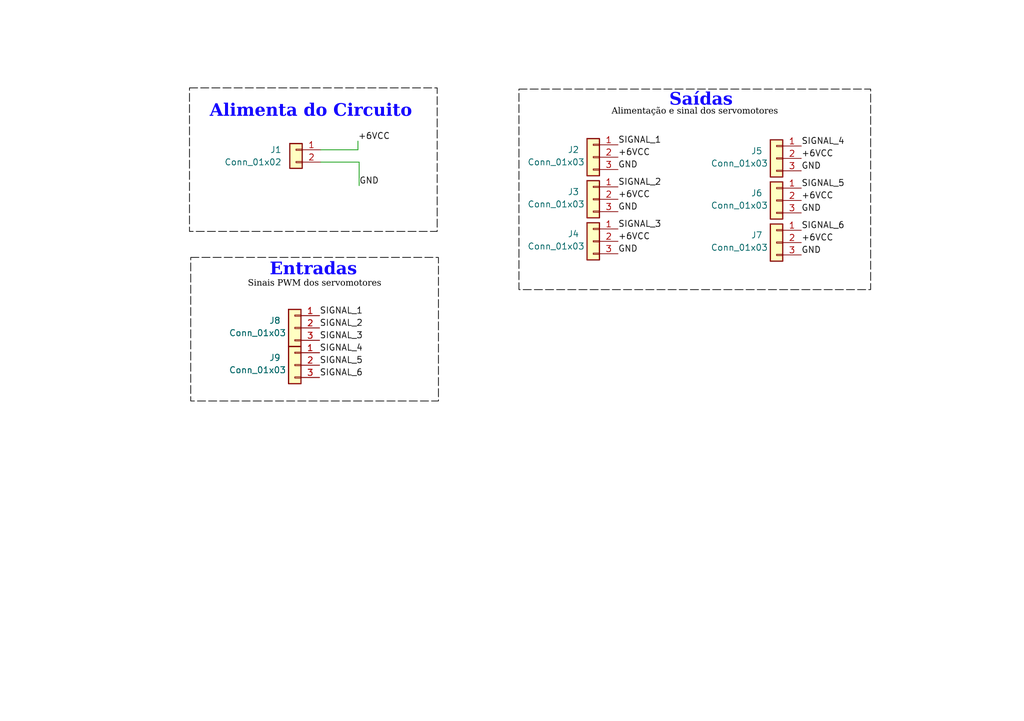
<source format=kicad_sch>
(kicad_sch (version 20231120) (generator "eeschema") (generator_version "8.0")
  (paper "A5")
  (title_block (title "Circuito de Acionamento dos Motores") (date "2024-11-20") (rev "1.0") (company "Matheus Soares"))
  (lib_symbols
    (symbol "Connector_Generic:Conn_01x02" (pin_names (offset 1.016) hide)
      (property "Reference" "J" (at 0 2.54 0))
      (property "Value" "Conn_01x02" (at 0 -5.08 0))
      (symbol "Conn_01x02_1_1"
        (rectangle (start -1.27 -2.413) (end 0 -2.667) (stroke (width 0.1524)))
        (rectangle (start -1.27 0.127) (end 0 -0.127) (stroke (width 0.1524)))
        (rectangle (start -1.27 1.27) (end 1.27 -3.81) (stroke (width 0.254)) (fill (type background)))
        (pin passive line (at -5.08 0 0) (length 3.81) (name "Pin_1") (number "1"))
        (pin passive line (at -5.08 -2.54 0) (length 3.81) (name "Pin_2") (number "2"))
      )
    )
    (symbol "Connector_Generic:Conn_01x03" (pin_names (offset 1.016) hide)
      (property "Reference" "J" (at 0 5.08 0))
      (property "Value" "Conn_01x03" (at 0 -5.08 0))
      (symbol "Conn_01x03_1_1"
        (rectangle (start -1.27 -2.413) (end 0 -2.667) (stroke (width 0.1524)))
        (rectangle (start -1.27 0.127) (end 0 -0.127) (stroke (width 0.1524)))
        (rectangle (start -1.27 2.667) (end 0 2.413) (stroke (width 0.1524)))
        (rectangle (start -1.27 3.81) (end 1.27 -3.81) (stroke (width 0.254)) (fill (type background)))
        (pin passive line (at -5.08 2.54 0) (length 3.81) (name "Pin_1") (number "1"))
        (pin passive line (at -5.08 0 0) (length 3.81) (name "Pin_2") (number "2"))
        (pin passive line (at -5.08 -2.54 0) (length 3.81) (name "Pin_3") (number "3"))
      )
    )
  )
  (wire (pts (xy 73.406 28.956) (xy 73.406 30.734)))
  (wire (pts (xy 65.786 33.274) (xy 73.66 33.274)))
  (wire (pts (xy 65.786 30.734) (xy 73.406 30.734)))
  (wire (pts (xy 73.66 33.274) (xy 73.66 38.1)))
  (rectangle (start 39.116 52.832) (end 89.916 82.296) (stroke (width 0) (type dash) (color 0 0 0 1)))
  (rectangle (start 38.862 18.034) (end 89.662 47.498) (stroke (width 0) (type dash) (color 0 0 0 1)))
  (rectangle (start 106.426 18.288) (end 178.562 59.436) (stroke (width 0) (type dash) (color 0 0 0 1)))
  (text_box "Alimentação e sinal dos servomotores" (at 106.426 21.082 0) (size 72.136 6.096) (stroke (width -0.0001)) (effects (font (size 1.27 1.27) (thickness 0.0318)) (justify top)))
  (text_box "Sinais PWM dos servomotores" (at 39.116 56.388 0) (size 50.8 6.096) (stroke (width -0.0001)) (effects (font (size 1.27 1.27) (thickness 0.0318)) (justify top)))
  (text "Alimenta do Circuito" (at 63.754 23.622 0) (effects (font (size 2.54 2.54) (thickness 0.254) (bold yes))))
  (text "Entradas" (at 64.262 56.134 0) (effects (font (size 2.54 2.54) (thickness 0.254) (bold yes))))
  (text "Saídas\n" (at 143.764 21.336 0) (effects (font (size 2.54 2.54) (thickness 0.254) (bold yes))))
  (label "SIGNAL_3" (at 65.532 69.85 0))
  (label "GND" (at 126.746 43.434 0))
  (label "SIGNAL_6" (at 65.532 77.47 0))
  (label "GND" (at 164.338 35.052 0))
  (label "GND" (at 164.338 52.324 0))
  (label "+6VCC" (at 164.338 41.148 0))
  (label "SIGNAL_6" (at 164.338 47.244 0))
  (label "GND" (at 73.66 38.1 0))
  (label "SIGNAL_3" (at 126.746 46.99 0))
  (label "SIGNAL_5" (at 65.532 74.93 0))
  (label "+6VCC" (at 164.338 49.784 0))
  (label "+6VCC" (at 126.746 40.894 0))
  (label "GND" (at 164.338 43.688 0))
  (label "GND" (at 126.746 52.07 0))
  (label "SIGNAL_2" (at 126.746 38.354 0))
  (label "SIGNAL_1" (at 65.532 64.77 0))
  (label "SIGNAL_1" (at 126.746 29.718 0))
  (label "SIGNAL_4" (at 65.532 72.39 0))
  (label "+6VCC" (at 126.746 32.258 0))
  (label "SIGNAL_4" (at 164.338 29.972 0))
  (label "+6VCC" (at 126.746 49.53 0))
  (label "SIGNAL_2" (at 65.532 67.31 0))
  (label "+6VCC" (at 73.406 28.956 0))
  (label "GND" (at 126.746 34.798 0))
  (label "+6VCC" (at 164.338 32.512 0))
  (label "SIGNAL_5" (at 164.338 38.608 0))
  (symbol (lib_id "Connector_Generic:Conn_01x03") (at 159.258 49.784 0) (mirror y) (unit 1)
    (property "Reference" "J7" (at 155.194 48.26 0))
    (property "Value" "Conn_01x03" (at 151.638 50.8 0))
    (property "Footprint" "LibraryTerminalBlock:TerminalBlock_philmore_TB133" (effects (hide yes)))
    (property "Description" "Generic connector, single row, 01x03, script generated (kicad-library-utils/schlib/autogen/connector/)" (effects (hide yes)))
  )
  (symbol (lib_id "Connector_Generic:Conn_01x03") (at 121.666 32.258 0) (mirror y) (unit 1)
    (property "Reference" "J2" (at 117.602 30.734 0))
    (property "Value" "Conn_01x03" (at 114.046 33.274 0))
    (property "Footprint" "LibraryTerminalBlock:TerminalBlock_philmore_TB133" (effects (hide yes)))
    (property "Description" "Generic connector, single row, 01x03, script generated (kicad-library-utils/schlib/autogen/connector/)" (effects (hide yes)))
  )
  (symbol (lib_id "Connector_Generic:Conn_01x03") (at 121.666 49.53 0) (mirror y) (unit 1)
    (property "Reference" "J4" (at 117.602 48.006 0))
    (property "Value" "Conn_01x03" (at 114.046 50.546 0))
    (property "Footprint" "LibraryTerminalBlock:TerminalBlock_philmore_TB133" (effects (hide yes)))
    (property "Description" "Generic connector, single row, 01x03, script generated (kicad-library-utils/schlib/autogen/connector/)" (effects (hide yes)))
  )
  (symbol (lib_id "Connector_Generic:Conn_01x02") (at 60.706 30.734 0) (mirror y) (unit 1)
    (property "Reference" "J1" (at 57.776 30.7339 0) (effects (justify left)))
    (property "Value" "Conn_01x02" (at 57.776 33.2739 0) (effects (justify left)))
    (property "Footprint" "LibraryTerminalBlock:TerminalBlock_philmore_TB132" (effects (hide yes)))
    (property "Description" "Generic connector, single row, 01x02, script generated (kicad-library-utils/schlib/autogen/connector/)" (effects (hide yes)))
  )
  (symbol (lib_id "Connector_Generic:Conn_01x03") (at 159.258 41.148 0) (mirror y) (unit 1)
    (property "Reference" "J6" (at 155.194 39.624 0))
    (property "Value" "Conn_01x03" (at 151.638 42.164 0))
    (property "Footprint" "LibraryTerminalBlock:TerminalBlock_philmore_TB133" (effects (hide yes)))
    (property "Description" "Generic connector, single row, 01x03, script generated (kicad-library-utils/schlib/autogen/connector/)" (effects (hide yes)))
  )
  (symbol (lib_id "Connector_Generic:Conn_01x03") (at 60.452 67.31 0) (mirror y) (unit 1)
    (property "Reference" "J8" (at 56.388 65.786 0))
    (property "Value" "Conn_01x03" (at 52.832 68.326 0))
    (property "Footprint" "LibraryTerminalBlock:TerminalBlock_philmore_TB133" (effects (hide yes)))
    (property "Description" "Generic connector, single row, 01x03, script generated (kicad-library-utils/schlib/autogen/connector/)" (effects (hide yes)))
  )
  (symbol (lib_id "Connector_Generic:Conn_01x03") (at 159.258 32.512 0) (mirror y) (unit 1)
    (property "Reference" "J5" (at 155.194 30.988 0))
    (property "Value" "Conn_01x03" (at 151.638 33.528 0))
    (property "Footprint" "LibraryTerminalBlock:TerminalBlock_philmore_TB133" (effects (hide yes)))
    (property "Description" "Generic connector, single row, 01x03, script generated (kicad-library-utils/schlib/autogen/connector/)" (effects (hide yes)))
  )
  (symbol (lib_id "Connector_Generic:Conn_01x03") (at 121.666 40.894 0) (mirror y) (unit 1)
    (property "Reference" "J3" (at 117.602 39.37 0))
    (property "Value" "Conn_01x03" (at 114.046 41.91 0))
    (property "Footprint" "LibraryTerminalBlock:TerminalBlock_philmore_TB133" (effects (hide yes)))
    (property "Description" "Generic connector, single row, 01x03, script generated (kicad-library-utils/schlib/autogen/connector/)" (effects (hide yes)))
  )
  (symbol (lib_id "Connector_Generic:Conn_01x03") (at 60.452 74.93 0) (mirror y) (unit 1)
    (property "Reference" "J9" (at 56.388 73.406 0))
    (property "Value" "Conn_01x03" (at 52.832 75.946 0))
    (property "Footprint" "LibraryTerminalBlock:TerminalBlock_philmore_TB133" (effects (hide yes)))
    (property "Description" "Generic connector, single row, 01x03, script generated (kicad-library-utils/schlib/autogen/connector/)" (effects (hide yes)))
  )
)
</source>
